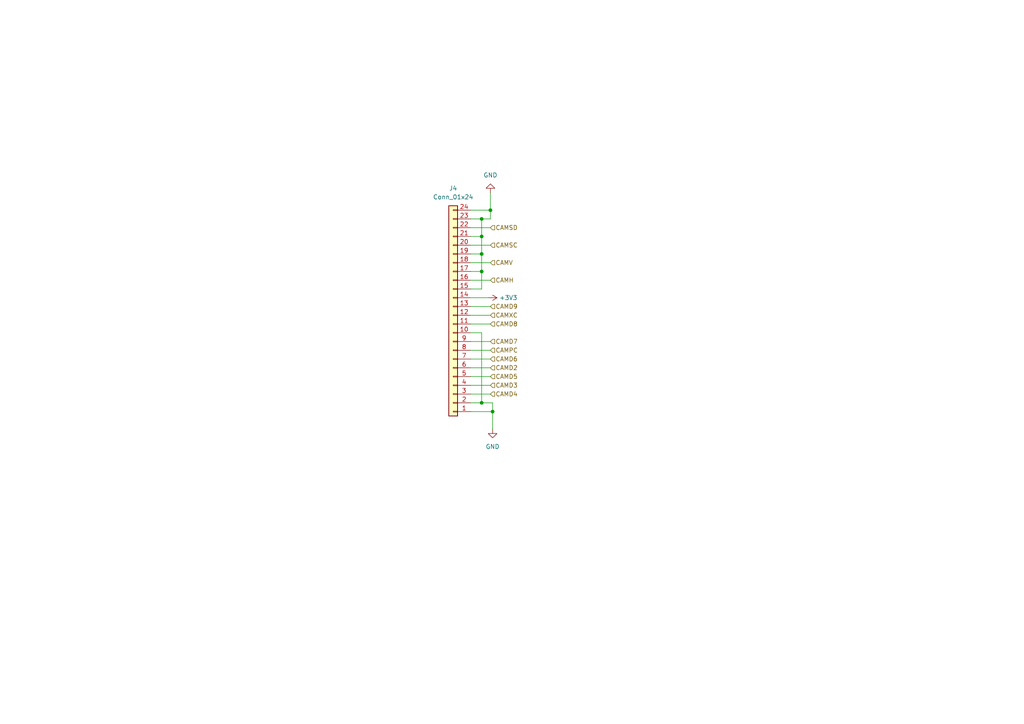
<source format=kicad_sch>
(kicad_sch (version 20231120) (generator "eeschema") (generator_version "8.0")
  (paper "A4")
  (title_block (title "Deneyap Camera Module") (date "2024-05-29") (rev "v1.0.0"))
  (lib_symbols
    (symbol "Connector_Generic:Conn_01x24" (pin_names (offset 1.016) hide)
      (property "Reference" "J" (at 0 30.48 0))
      (property "Value" "Conn_01x24" (at 0 -33.02 0))
      (symbol "Conn_01x24_1_1"
        (rectangle (start -1.27 -30.353) (end 0 -30.607) (stroke (width 0.1524)))
        (rectangle (start -1.27 -27.813) (end 0 -28.067) (stroke (width 0.1524)))
        (rectangle (start -1.27 -25.273) (end 0 -25.527) (stroke (width 0.1524)))
        (rectangle (start -1.27 -22.733) (end 0 -22.987) (stroke (width 0.1524)))
        (rectangle (start -1.27 -20.193) (end 0 -20.447) (stroke (width 0.1524)))
        (rectangle (start -1.27 -17.653) (end 0 -17.907) (stroke (width 0.1524)))
        (rectangle (start -1.27 -15.113) (end 0 -15.367) (stroke (width 0.1524)))
        (rectangle (start -1.27 -12.573) (end 0 -12.827) (stroke (width 0.1524)))
        (rectangle (start -1.27 -10.033) (end 0 -10.287) (stroke (width 0.1524)))
        (rectangle (start -1.27 -7.493) (end 0 -7.747) (stroke (width 0.1524)))
        (rectangle (start -1.27 -4.953) (end 0 -5.207) (stroke (width 0.1524)))
        (rectangle (start -1.27 -2.413) (end 0 -2.667) (stroke (width 0.1524)))
        (rectangle (start -1.27 0.127) (end 0 -0.127) (stroke (width 0.1524)))
        (rectangle (start -1.27 2.667) (end 0 2.413) (stroke (width 0.1524)))
        (rectangle (start -1.27 5.207) (end 0 4.953) (stroke (width 0.1524)))
        (rectangle (start -1.27 7.747) (end 0 7.493) (stroke (width 0.1524)))
        (rectangle (start -1.27 10.287) (end 0 10.033) (stroke (width 0.1524)))
        (rectangle (start -1.27 12.827) (end 0 12.573) (stroke (width 0.1524)))
        (rectangle (start -1.27 15.367) (end 0 15.113) (stroke (width 0.1524)))
        (rectangle (start -1.27 17.907) (end 0 17.653) (stroke (width 0.1524)))
        (rectangle (start -1.27 20.447) (end 0 20.193) (stroke (width 0.1524)))
        (rectangle (start -1.27 22.987) (end 0 22.733) (stroke (width 0.1524)))
        (rectangle (start -1.27 25.527) (end 0 25.273) (stroke (width 0.1524)))
        (rectangle (start -1.27 28.067) (end 0 27.813) (stroke (width 0.1524)))
        (rectangle (start -1.27 29.21) (end 1.27 -31.75) (stroke (width 0.254)) (fill (type background)))
        (pin passive line (at -5.08 27.94 0) (length 3.81) (name "Pin_1") (number "1"))
        (pin passive line (at -5.08 5.08 0) (length 3.81) (name "Pin_10") (number "10"))
        (pin passive line (at -5.08 2.54 0) (length 3.81) (name "Pin_11") (number "11"))
        (pin passive line (at -5.08 0 0) (length 3.81) (name "Pin_12") (number "12"))
        (pin passive line (at -5.08 -2.54 0) (length 3.81) (name "Pin_13") (number "13"))
        (pin passive line (at -5.08 -5.08 0) (length 3.81) (name "Pin_14") (number "14"))
        (pin passive line (at -5.08 -7.62 0) (length 3.81) (name "Pin_15") (number "15"))
        (pin passive line (at -5.08 -10.16 0) (length 3.81) (name "Pin_16") (number "16"))
        (pin passive line (at -5.08 -12.7 0) (length 3.81) (name "Pin_17") (number "17"))
        (pin passive line (at -5.08 -15.24 0) (length 3.81) (name "Pin_18") (number "18"))
        (pin passive line (at -5.08 -17.78 0) (length 3.81) (name "Pin_19") (number "19"))
        (pin passive line (at -5.08 25.4 0) (length 3.81) (name "Pin_2") (number "2"))
        (pin passive line (at -5.08 -20.32 0) (length 3.81) (name "Pin_20") (number "20"))
        (pin passive line (at -5.08 -22.86 0) (length 3.81) (name "Pin_21") (number "21"))
        (pin passive line (at -5.08 -25.4 0) (length 3.81) (name "Pin_22") (number "22"))
        (pin passive line (at -5.08 -27.94 0) (length 3.81) (name "Pin_23") (number "23"))
        (pin passive line (at -5.08 -30.48 0) (length 3.81) (name "Pin_24") (number "24"))
        (pin passive line (at -5.08 22.86 0) (length 3.81) (name "Pin_3") (number "3"))
        (pin passive line (at -5.08 20.32 0) (length 3.81) (name "Pin_4") (number "4"))
        (pin passive line (at -5.08 17.78 0) (length 3.81) (name "Pin_5") (number "5"))
        (pin passive line (at -5.08 15.24 0) (length 3.81) (name "Pin_6") (number "6"))
        (pin passive line (at -5.08 12.7 0) (length 3.81) (name "Pin_7") (number "7"))
        (pin passive line (at -5.08 10.16 0) (length 3.81) (name "Pin_8") (number "8"))
        (pin passive line (at -5.08 7.62 0) (length 3.81) (name "Pin_9") (number "9"))
      )
    )
    (symbol "power:+3V3" (power) (pin_names (offset 0))
      (property "Value" "+3V3" (at 0 3.556 0))
      (symbol "+3V3_0_1"
        (polyline (pts (xy -0.762 1.27) (xy 0 2.54)))
        (polyline (pts (xy 0 0) (xy 0 2.54)))
        (polyline (pts (xy 0 2.54) (xy 0.762 1.27)))
      )
      (symbol "+3V3_1_1"
        (pin power_in line (at 0 0 90) (length 0) hide (name "+3V3") (number "1"))
      )
    )
    (symbol "power:GND" (power) (pin_names (offset 0))
      (property "Value" "GND" (at 0 -3.81 0))
      (symbol "GND_0_1"
        (polyline (pts (xy 0 0) (xy 0 -1.27) (xy 1.27 -1.27) (xy 0 -2.54) (xy -1.27 -1.27) (xy 0 -1.27)))
      )
      (symbol "GND_1_1"
        (pin power_in line (at 0 0 270) (length 0) hide (name "GND") (number "1"))
      )
    )
  )
  (junction (at 142.24 60.96))
  (junction (at 142.875 119.38))
  (junction (at 139.7 116.84))
  (junction (at 139.7 73.66))
  (junction (at 139.7 68.58))
  (junction (at 139.7 63.5))
  (junction (at 139.7 78.74))
  (wire (pts (xy 142.24 71.12) (xy 136.525 71.12)))
  (wire (pts (xy 136.525 73.66) (xy 139.7 73.66)))
  (wire (pts (xy 136.525 116.84) (xy 139.7 116.84)))
  (wire (pts (xy 139.7 68.58) (xy 139.7 73.66)))
  (wire (pts (xy 142.24 93.98) (xy 136.525 93.98)))
  (wire (pts (xy 142.24 99.06) (xy 136.525 99.06)))
  (wire (pts (xy 136.525 60.96) (xy 142.24 60.96)))
  (wire (pts (xy 142.24 101.6) (xy 136.525 101.6)))
  (wire (pts (xy 142.24 109.22) (xy 136.525 109.22)))
  (wire (pts (xy 136.525 83.82) (xy 139.7 83.82)))
  (wire (pts (xy 141.605 86.36) (xy 136.525 86.36)))
  (wire (pts (xy 136.525 78.74) (xy 139.7 78.74)))
  (wire (pts (xy 142.24 76.2) (xy 136.525 76.2)))
  (wire (pts (xy 142.24 81.28) (xy 136.525 81.28)))
  (wire (pts (xy 142.24 91.44) (xy 136.525 91.44)))
  (wire (pts (xy 142.24 114.3) (xy 136.525 114.3)))
  (wire (pts (xy 142.24 55.88) (xy 142.24 60.96)))
  (wire (pts (xy 136.525 96.52) (xy 139.7 96.52)))
  (wire (pts (xy 136.525 68.58) (xy 139.7 68.58)))
  (wire (pts (xy 136.525 119.38) (xy 142.875 119.38)))
  (wire (pts (xy 139.7 96.52) (xy 139.7 116.84)))
  (wire (pts (xy 142.24 66.04) (xy 136.525 66.04)))
  (wire (pts (xy 142.24 104.14) (xy 136.525 104.14)))
  (wire (pts (xy 136.525 63.5) (xy 139.7 63.5)))
  (wire (pts (xy 142.24 88.9) (xy 136.525 88.9)))
  (wire (pts (xy 142.24 106.68) (xy 136.525 106.68)))
  (wire (pts (xy 142.24 111.76) (xy 136.525 111.76)))
  (wire (pts (xy 139.7 63.5) (xy 142.24 63.5)))
  (wire (pts (xy 142.875 116.84) (xy 142.875 119.38)))
  (wire (pts (xy 139.7 68.58) (xy 139.7 63.5)))
  (wire (pts (xy 139.7 78.74) (xy 139.7 83.82)))
  (wire (pts (xy 142.24 60.96) (xy 142.24 63.5)))
  (wire (pts (xy 142.875 119.38) (xy 142.875 124.46)))
  (wire (pts (xy 139.7 73.66) (xy 139.7 78.74)))
  (wire (pts (xy 139.7 116.84) (xy 142.875 116.84)))
  (hierarchical_label "CAMD2" (shape input) (at 142.24 106.68 0))
  (hierarchical_label "CAMXC" (shape input) (at 142.24 91.44 0))
  (hierarchical_label "CAMD7" (shape input) (at 142.24 99.06 0))
  (hierarchical_label "CAMD3" (shape input) (at 142.24 111.76 0))
  (hierarchical_label "CAMSC" (shape input) (at 142.24 71.12 0))
  (hierarchical_label "CAMD9" (shape input) (at 142.24 88.9 0))
  (hierarchical_label "CAMD8" (shape input) (at 142.24 93.98 0))
  (hierarchical_label "CAMD5" (shape input) (at 142.24 109.22 0))
  (hierarchical_label "CAMH" (shape input) (at 142.24 81.28 0))
  (hierarchical_label "CAMD4" (shape input) (at 142.24 114.3 0))
  (hierarchical_label "CAMD6" (shape input) (at 142.24 104.14 0))
  (hierarchical_label "CAMV" (shape input) (at 142.24 76.2 0))
  (hierarchical_label "CAMPC" (shape input) (at 142.24 101.6 0))
  (hierarchical_label "CAMSD" (shape input) (at 142.24 66.04 0))
  (symbol (lib_id "power:GND") (at 142.875 124.46 0) (unit 1)
    (property "Reference" "#PWR0104" (effects (hide yes)))
    (property "Value" "GND" (at 142.875 129.54 0))
  )
  (symbol (lib_id "power:+3V3") (at 141.605 86.36 270) (unit 1)
    (property "Reference" "#PWR0102" (effects (hide yes)))
    (property "Value" "+3V3" (at 144.78 86.36 90) (effects (justify left)))
  )
  (symbol (lib_id "Connector_Generic:Conn_01x24") (at 131.445 91.44 180) (unit 1)
    (property "Reference" "J4" (at 131.445 54.61 0))
    (property "Value" "Conn_01x24" (at 131.445 57.15 0))
    (property "Footprint" "Connector_FFC-FPC:Hirose_FH12-24S-0.5SH_1x24-1MP_P0.50mm_Horizontal" (effects (hide yes)))
  )
  (symbol (lib_id "power:GND") (at 142.24 55.88 180) (unit 1)
    (property "Reference" "#PWR0103" (effects (hide yes)))
    (property "Value" "GND" (at 142.24 50.8 0))
  )
)
</source>
